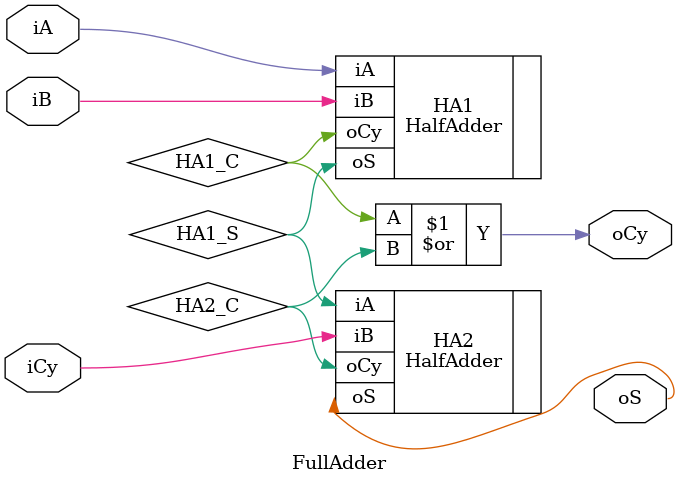
<source format=v>
module FullAdder(iA, iB, iCy, oS, oCy);
	input iA;
	input iB;
	input iCy;
	output oS;
	output oCy;

	wire HA1_S;
	wire HA1_C;
	wire HA2_C;

	HalfAdder HA1 (
		.iA(iA),
		.iB(iB),
		.oS(HA1_S),
		.oCy(HA1_C)
	);
	HalfAdder HA2 (
		.iA(HA1_S),
		.iB(iCy),
		.oS(oS),
		.oCy(HA2_C)
	);
	assign oCy = HA1_C | HA2_C;
endmodule

</source>
